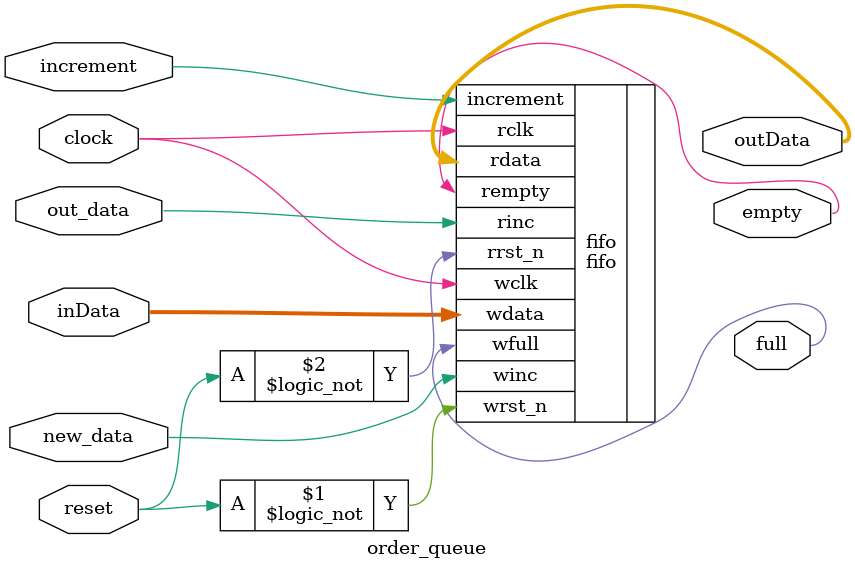
<source format=v>

module order_queue (clock, reset, inData, new_data, out_data, outData, full, empty, increment);

parameter WIDTH = 5;

input clock;
input reset;
input [WIDTH-1 : 0] inData;
input new_data;
input out_data;
input increment;

output [WIDTH-1 : 0] outData;
output full;
output empty;

fifo fifo (
	.rdata	(outData), 
	.wfull	(full), 
	.rempty	(empty), 
	.wdata	(inData),
	.winc	(new_data), 
	.wclk	(clock), 
	.wrst_n	(!reset), 
	.rinc	(out_data), 
	.rclk	(clock), 
	.rrst_n	(!reset),
	.increment (increment)
	);

endmodule

</source>
